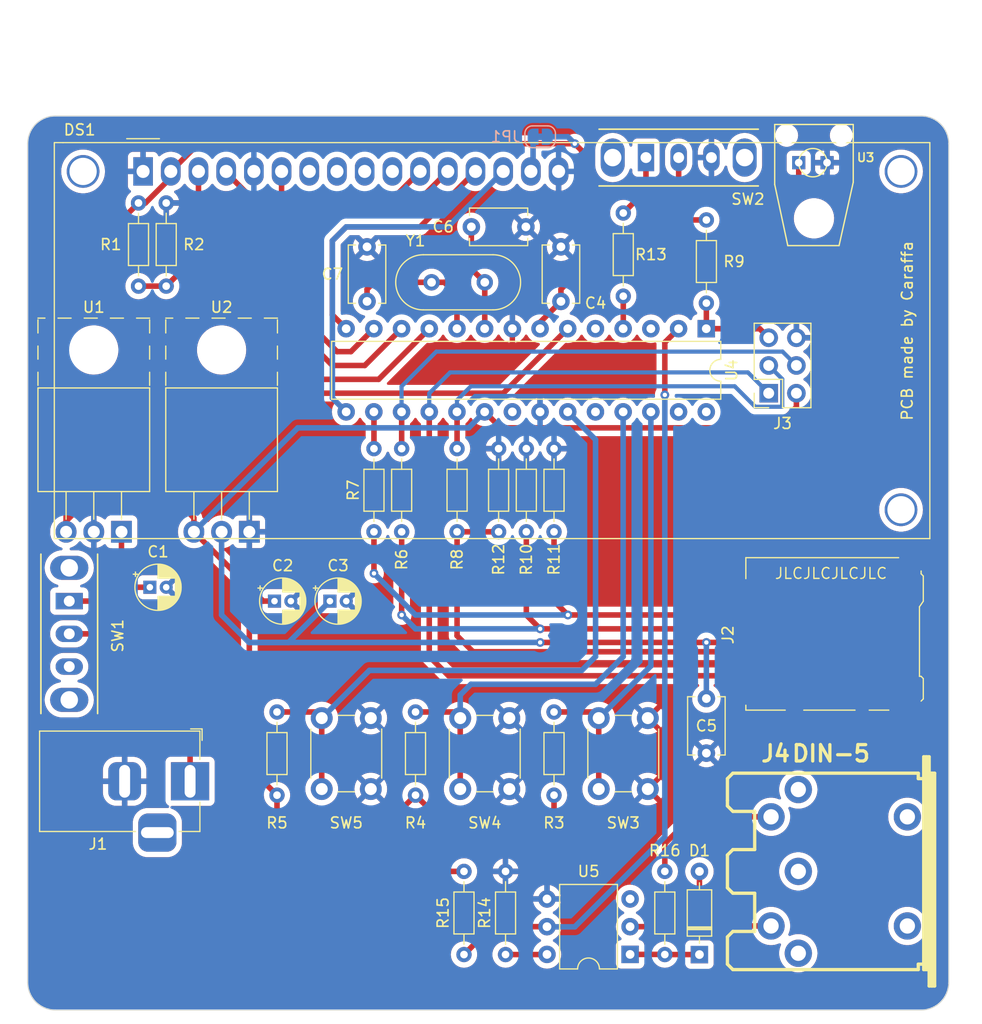
<source format=kicad_pcb>
(kicad_pcb (version 20221018) (generator pcbnew)
  (layers (0 "F.Cu" signal) (31 "B.Cu" signal) (34 "B.Paste" user) (35 "F.Paste" user) (36 "B.SilkS" user "B.Silkscreen") (37 "F.SilkS" user "F.Silkscreen") (38 "B.Mask" user) (39 "F.Mask" user) (44 "Edge.Cuts" user))
  (net 0 "")
  (net 1 "VCC")
  (net 2 "GND")
  (net 3 "+5V")
  (net 4 "+3.3V")
  (net 5 "/X1")
  (net 6 "/X2")
  (net 7 "Net-(SW1A-A)")
  (net 8 "Net-(D1-K)")
  (net 9 "Net-(D1-A)")
  (net 10 "/RS")
  (net 11 "/E")
  (net 12 "Net-(DS1-VO)")
  (net 16 "/DB4")
  (net 17 "/DB5")
  (net 18 "/DB6")
  (net 19 "/DB7")
  (net 20 "/BL")
  (net 22 "/DO")
  (net 24 "/CS_3V")
  (net 25 "/CD")
  (net 26 "/RESET")
  (net 31 "/UP")
  (net 32 "/DN")
  (net 33 "/OK")
  (net 35 "/RX")
  (net 36 "/DI_3V")
  (net 37 "/CLK_3V")
  (net 38 "Net-(J4-Pad4)")
  (net 39 "Net-(R14-Pad1)")
  (net 40 "Net-(U4-PD2)")
  (net 41 "/CLK_5V")
  (net 42 "/DI_5V")
  (net 43 "/CS_5V")
  (net 44 "/OPT")
  (net 46 "Net-(SW2A-B)")
  (footprint "Resistor_THT:R_Axial_DIN0204_L3.6mm_D1.6mm_P7.62mm_Horizontal" (layer "F.Cu") (at 65.405 102.235 90)
    (fp_text reference "R14" (at 3.81 -1.92 90) (layer "F.SilkS"))
    (fp_text value "100k")
    (pad "1" thru_hole circle (at 0 0 90) (size 1.4 1.4) (drill 0.7) (layers "*.Cu" "*.Mask") (net 39 "Net-(R14-Pad1)"))
    (pad "2" thru_hole oval (at 7.62 0 90) (size 1.4 1.4) (drill 0.7) (layers "*.Cu" "*.Mask") (net 2 "GND"))
  )
  (footprint "Crystal:Crystal_HC49-4H_Vertical" (layer "F.Cu") (at 58.62 40.64)
    (fp_text reference "Y1" (at -1.47 -3.81) (layer "F.SilkS"))
    (fp_text value "Crystal")
    (pad "1" thru_hole circle locked (at 0 0) (size 1.5 1.5) (drill 0.8) (layers "*.Cu" "*.Mask") (net 6 "/X2"))
    (pad "2" thru_hole circle locked (at 4.88 0) (size 1.5 1.5) (drill 0.8) (layers "*.Cu" "*.Mask") (net 5 "/X1"))
  )
  (footprint "Connector_BarrelJack:BarrelJack_Horizontal" (layer "F.Cu") (at 36.48 86.36)
    (fp_text reference "J1" (at -8.45 5.75) (layer "F.SilkS"))
    (fp_text value "Jack-DC")
    (pad "1" thru_hole rect (at 0 0) (size 3.5 3.5) (drill oval 1 3) (layers "*.Cu" "*.Mask") (net 1 "VCC"))
    (pad "2" thru_hole roundrect (at -6 0) (size 3 3.5) (drill oval 1 3) (layers "*.Cu" "*.Mask") (net 2 "GND"))
    (pad "3" thru_hole roundrect (at -3 4.7) (size 3.5 3.5) (drill oval 3 1) (layers "*.Cu" "*.Mask"))
  )
  (footprint "IFE91A:OPTO-TRANSMITTER" (layer "F.Cu") (at 93.586 29.678)
    (fp_text reference "U3" (at 4.839 -0.468) (layer "F.SilkS") (effects (font (size 0.787402 0.787402))))
    (fp_text value "IFE91A")
    (pad "" np_thru_hole circle (at -2.4 -2.5) (size 1.6 1.6) (drill 1.6) (layers "*.Cu" "*.Mask"))
    (pad "" np_thru_hole circle (at 0.1 5.1) (size 3.2 3.2) (drill 3.2) (layers "*.Cu" "*.Mask"))
    (pad "" np_thru_hole circle (at 2.6 -2.5) (size 1.6 1.6) (drill 1.6) (layers "*.Cu" "*.Mask"))
    (pad "P$1" thru_hole rect (at 1.3 0) (size 1.208 1.208) (drill 0.7) (layers "*.Cu" "*.Mask") (net 2 "GND"))
    (pad "P$2" thru_hole rect (at -1.3 0) (size 1.208 1.208) (drill 0.7) (layers "*.Cu" "*.Mask") (net 46 "Net-(SW2A-B)"))
  )
  (footprint "Display:WC1602A" (layer "F.Cu") (at 32.1691 30.48)
    (fp_text reference "DS1" (at -5.82 -3.81) (layer "F.SilkS"))
    (fp_text value "WC1602A")
    (pad "" thru_hole circle (at -5.4991 0) (size 3 3) (drill 2.5) (layers "*.Cu" "*.Mask"))
    (pad "" thru_hole circle (at 69.49948 31.0007) (size 3 3) (drill 2.5) (layers "*.Cu" "*.Mask"))
    (pad "" thru_hole circle (at 69.5 0) (size 3 3) (drill 2.5) (layers "*.Cu" "*.Mask"))
    (pad "1" thru_hole rect (at 0 0) (size 1.8 2.6) (drill 1.2) (layers "*.Cu" "*.Mask") (net 2 "GND"))
    (pad "2" thru_hole oval (at 2.54 0) (size 1.8 2.6) (drill 1.2) (layers "*.Cu" "*.Mask") (net 3 "+5V"))
    (pad "3" thru_hole oval (at 5.08 0) (size 1.8 2.6) (drill 1.2) (layers "*.Cu" "*.Mask") (net 12 "Net-(DS1-VO)"))
    (pad "4" thru_hole oval (at 7.62 0) (size 1.8 2.6) (drill 1.2) (layers "*.Cu" "*.Mask") (net 10 "/RS"))
    (pad "5" thru_hole oval (at 10.16 0) (size 1.8 2.6) (drill 1.2) (layers "*.Cu" "*.Mask") (net 2 "GND"))
    (pad "6" thru_hole oval (at 12.7 0) (size 1.8 2.6) (drill 1.2) (layers "*.Cu" "*.Mask") (net 11 "/E"))
    (pad "7" thru_hole oval (at 15.24 0) (size 1.8 2.6) (drill 1.2) (layers "*.Cu" "*.Mask"))
    (pad "8" thru_hole oval (at 17.78 0) (size 1.8 2.6) (drill 1.2) (layers "*.Cu" "*.Mask"))
    (pad "9" thru_hole oval (at 20.32 0) (size 1.8 2.6) (drill 1.2) (layers "*.Cu" "*.Mask"))
    (pad "10" thru_hole oval (at 22.86 0) (size 1.8 2.6) (drill 1.2) (layers "*.Cu" "*.Mask"))
    (pad "11" thru_hole oval (at 25.4 0) (size 1.8 2.6) (drill 1.2) (layers "*.Cu" "*.Mask") (net 16 "/DB4"))
    (pad "12" thru_hole oval (at 27.94 0) (size 1.8 2.6) (drill 1.2) (layers "*.Cu" "*.Mask") (net 17 "/DB5"))
    (pad "13" thru_hole oval (at 30.48 0) (size 1.8 2.6) (drill 1.2) (layers "*.Cu" "*.Mask") (net 18 "/DB6"))
    (pad "14" thru_hole oval (at 33.02 0) (size 1.8 2.6) (drill 1.2) (layers "*.Cu" "*.Mask") (net 19 "/DB7"))
    (pad "15" thru_hole oval (at 35.56 0) (size 1.8 2.6) (drill 1.2) (layers "*.Cu" "*.Mask") (net 20 "/BL"))
    (pad "16" thru_hole oval (at 38.1 0) (size 1.8 2.6) (drill 1.2) (layers "*.Cu" "*.Mask") (net 2 "GND"))
  )
  (footprint "Package_DIP:DIP-6_W7.62mm" (layer "F.Cu") (at 76.825 102.22 180)
    (fp_text reference "U5" (at 3.8 7.605) (layer "F.SilkS"))
    (fp_text value "4N25")
    (pad "1" thru_hole rect (at 0 0 180) (size 1.6 1.6) (drill 0.8) (layers "*.Cu" "*.Mask") (net 8 "Net-(D1-K)"))
    (pad "2" thru_hole oval (at 0 2.54 180) (size 1.6 1.6) (drill 0.8) (layers "*.Cu" "*.Mask") (net 9 "Net-(D1-A)"))
    (pad "3" thru_hole oval (at 0 5.08 180) (size 1.6 1.6) (drill 0.8) (layers "*.Cu" "*.Mask"))
    (pad "4" thru_hole oval (at 7.62 5.08 180) (size 1.6 1.6) (drill 0.8) (layers "*.Cu" "*.Mask") (net 2 "GND"))
    (pad "5" thru_hole oval (at 7.62 2.54 180) (size 1.6 1.6) (drill 0.8) (layers "*.Cu" "*.Mask") (net 35 "/RX"))
    (pad "6" thru_hole oval (at 7.62 0 180) (size 1.6 1.6) (drill 0.8) (layers "*.Cu" "*.Mask") (net 39 "Net-(R14-Pad1)"))
  )
  (footprint "Resistor_THT:R_Axial_DIN0204_L3.6mm_D1.6mm_P7.62mm_Horizontal" (layer "F.Cu") (at 69.85 63.5 90)
    (fp_text reference "R11" (at -2.54 0 90) (layer "F.SilkS"))
    (fp_text value "2k")
    (pad "1" thru_hole circle (at 0 0 90) (size 1.4 1.4) (drill 0.7) (layers "*.Cu" "*.Mask") (net 24 "/CS_3V"))
    (pad "2" thru_hole oval (at 7.62 0 90) (size 1.4 1.4) (drill 0.7) (layers "*.Cu" "*.Mask") (net 2 "GND"))
  )
  (footprint "LOGO" (layer "F.Cu") (at 40.005 99.695)
    (fp_text reference "G***" hide)
    (fp_text value "LOGO" hide)
  )
  (footprint "Resistor_THT:R_Axial_DIN0204_L3.6mm_D1.6mm_P7.62mm_Horizontal" (layer "F.Cu") (at 76.2 41.91 90)
    (fp_text reference "R13" (at 3.81 2.54) (layer "F.SilkS"))
    (fp_text value "100R")
    (pad "1" thru_hole circle (at 0 0 90) (size 1.4 1.4) (drill 0.7) (layers "*.Cu" "*.Mask") (net 40 "Net-(U4-PD2)"))
    (pad "2" thru_hole oval (at 7.62 0 90) (size 1.4 1.4) (drill 0.7) (layers "*.Cu" "*.Mask") (net 44 "/OPT"))
  )
  (footprint "Resistor_THT:R_Axial_DIN0204_L3.6mm_D1.6mm_P7.62mm_Horizontal" (layer "F.Cu") (at 44.45 87.63 90)
    (fp_text reference "R5" (at -2.54 0 180) (layer "F.SilkS"))
    (fp_text value "1k")
    (pad "1" thru_hole circle (at 0 0 90) (size 1.4 1.4) (drill 0.7) (layers "*.Cu" "*.Mask") (net 3 "+5V"))
    (pad "2" thru_hole oval (at 7.62 0 90) (size 1.4 1.4) (drill 0.7) (layers "*.Cu" "*.Mask") (net 33 "/OK"))
  )
  (footprint "Button_Switch_THT:SW_PUSH_6mm_H7.3mm" (layer "F.Cu") (at 53.05 80.57 -90)
    (fp_text reference "SW5" (at 9.6 2.25 -180) (layer "F.SilkS"))
    (fp_text value "OK_SW")
    (pad "1" thru_hole circle (at 0 0) (size 2 2) (drill 1.1) (layers "*.Cu" "*.Mask") (net 2 "GND"))
    (pad "1" thru_hole circle (at 6.5 0) (size 2 2) (drill 1.1) (layers "*.Cu" "*.Mask") (net 2 "GND"))
    (pad "2" thru_hole circle (at 0 4.5) (size 2 2) (drill 1.1) (layers "*.Cu" "*.Mask") (net 33 "/OK"))
    (pad "2" thru_hole circle (at 6.5 4.5) (size 2 2) (drill 1.1) (layers "*.Cu" "*.Mask") (net 33 "/OK"))
  )
  (footprint "Button_Switch_THT:SW_PUSH_6mm_H7.3mm" (layer "F.Cu") (at 78.45 80.57 -90)
    (fp_text reference "SW3" (at 9.6 2.25 -180) (layer "F.SilkS"))
    (fp_text value "UP_SW")
    (pad "1" thru_hole circle (at 0 0) (size 2 2) (drill 1.1) (layers "*.Cu" "*.Mask") (net 2 "GND"))
    (pad "1" thru_hole circle (at 6.5 0) (size 2 2) (drill 1.1) (layers "*.Cu" "*.Mask") (net 2 "GND"))
    (pad "2" thru_hole circle (at 0 4.5) (size 2 2) (drill 1.1) (layers "*.Cu" "*.Mask") (net 31 "/UP"))
    (pad "2" thru_hole circle (at 6.5 4.5) (size 2 2) (drill 1.1) (layers "*.Cu" "*.Mask") (net 31 "/UP"))
  )
  (footprint "Diode_THT:D_DO-35_SOD27_P7.62mm_Horizontal" (layer "F.Cu") (at 83.185 102.235 90)
    (fp_text reference "D1" (at 9.525 0 180) (layer "F.SilkS"))
    (fp_text value "1N4148")
    (pad "1" thru_hole rect (at 0 0 90) (size 1.6 1.6) (drill 0.8) (layers "*.Cu" "*.Mask") (net 8 "Net-(D1-K)"))
    (pad "2" thru_hole oval (at 7.62 0 90) (size 1.6 1.6) (drill 0.8) (layers "*.Cu" "*.Mask") (net 9 "Net-(D1-A)"))
  )
  (footprint "Package_TO_SOT_THT:TO-220-3_Horizontal_TabUp" (layer "F.Cu") (at 30.19 63.5 180)
    (fp_text reference "U1" (at 2.54 20.58) (layer "F.SilkS"))
    (fp_text value "LM7805_TO220")
    (pad "" np_thru_hole oval (at 2.54 16.66 180) (size 3.5 3.5) (drill 3.5) (layers "*.Cu" "*.Mask"))
    (pad "1" thru_hole rect (at 0 0 180) (size 1.905 2) (drill 1.1) (layers "*.Cu" "*.Mask") (net 7 "Net-(SW1A-A)"))
    (pad "2" thru_hole oval (at 2.54 0 180) (size 1.905 2) (drill 1.1) (layers "*.Cu" "*.Mask") (net 2 "GND"))
    (pad "3" thru_hole oval (at 5.08 0 180) (size 1.905 2) (drill 1.1) (layers "*.Cu" "*.Mask") (net 3 "+5V"))
  )
  (footprint "Resistor_THT:R_Axial_DIN0204_L3.6mm_D1.6mm_P7.62mm_Horizontal" (layer "F.Cu") (at 67.31 63.5 90)
    (fp_text reference "R10" (at -2.54 0 90) (layer "F.SilkS"))
    (fp_text value "2k")
    (pad "1" thru_hole circle (at 0 0 90) (size 1.4 1.4) (drill 0.7) (layers "*.Cu" "*.Mask") (net 36 "/DI_3V"))
    (pad "2" thru_hole oval (at 7.62 0 90) (size 1.4 1.4) (drill 0.7) (layers "*.Cu" "*.Mask") (net 2 "GND"))
  )
  (footprint "Resistor_THT:R_Axial_DIN0204_L3.6mm_D1.6mm_P7.62mm_Horizontal" (layer "F.Cu") (at 34.29 40.99 90)
    (fp_text reference "R2" (at 3.81 2.54 180) (layer "F.SilkS"))
    (fp_text value "1k")
    (pad "1" thru_hole circle (at 0 0 90) (size 1.4 1.4) (drill 0.7) (layers "*.Cu" "*.Mask") (net 12 "Net-(DS1-VO)"))
    (pad "2" thru_hole oval (at 7.62 0 90) (size 1.4 1.4) (drill 0.7) (layers "*.Cu" "*.Mask") (net 2 "GND"))
  )
  (footprint "Package_DIP:DIP-28_W7.62mm" (layer "F.Cu") (at 83.81 44.89 -90)
    (fp_text reference "U4" (at 3.81 -2.33 90) (layer "F.SilkS"))
    (fp_text value "ATmega168-20P")
    (pad "1" thru_hole rect (at 0 0 270) (size 1.6 1.6) (drill 0.8) (layers "*.Cu" "*.Mask") (net 26 "/RESET"))
    (pad "2" thru_hole oval (at 0 2.54 270) (size 1.6 1.6) (drill 0.8) (layers "*.Cu" "*.Mask") (net 35 "/RX"))
    (pad "3" thru_hole oval (at 0 5.08 270) (size 1.6 1.6) (drill 0.8) (layers "*.Cu" "*.Mask"))
    (pad "4" thru_hole oval (at 0 7.62 270) (size 1.6 1.6) (drill 0.8) (layers "*.Cu" "*.Mask") (net 40 "Net-(U4-PD2)"))
    (pad "5" thru_hole oval (at 0 10.16 270) (size 1.6 1.6) (drill 0.8) (layers "*.Cu" "*.Mask"))
    (pad "6" thru_hole oval (at 0 12.7 270) (size 1.6 1.6) (drill 0.8) (layers "*.Cu" "*.Mask") (net 10 "/RS"))
    (pad "7" thru_hole oval (at 0 15.24 270) (size 1.6 1.6) (drill 0.8) (layers "*.Cu" "*.Mask") (net 3 "+5V"))
    (pad "8" thru_hole oval (at 0 17.78 270) (size 1.6 1.6) (drill 0.8) (layers "*.Cu" "*.Mask") (net 2 "GND"))
    (pad "9" thru_hole oval (at 0 20.32 270) (size 1.6 1.6) (drill 0.8) (layers "*.Cu" "*.Mask") (net 5 "/X1"))
    (pad "10" thru_hole oval (at 0 22.86 270) (size 1.6 1.6) (drill 0.8) (layers "*.Cu" "*.Mask") (net 6 "/X2"))
    (pad "11" thru_hole oval (at 0 25.4 270) (size 1.6 1.6) (drill 0.8) (layers "*.Cu" "*.Mask") (net 11 "/E"))
    (pad "12" thru_hole oval (at 0 27.94 270) (size 1.6 1.6) (drill 0.8) (layers "*.Cu" "*.Mask") (net 16 "/DB4"))
    (pad "13" thru_hole oval (at 0 30.48 270) (size 1.6 1.6) (drill 0.8) (layers "*.Cu" "*.Mask") (net 17 "/DB5"))
    (pad "14" thru_hole oval (at 0 33.02 270) (size 1.6 1.6) (drill 0.8) (layers "*.Cu" "*.Mask") (net 18 "/DB6"))
    (pad "15" thru_hole oval (at 7.62 33.02 270) (size 1.6 1.6) (drill 0.8) (layers "*.Cu" "*.Mask") (net 19 "/DB7"))
    (pad "16" thru_hole oval (at 7.62 30.48 270) (size 1.6 1.6) (drill 0.8) (layers "*.Cu" "*.Mask") (net 43 "/CS_5V"))
    (pad "17" thru_hole oval (at 7.62 27.94 270) (size 1.6 1.6) (drill 0.8) (layers "*.Cu" "*.Mask") (net 42 "/DI_5V"))
    (pad "18" thru_hole oval (at 7.62 25.4 270) (size 1.6 1.6) (drill 0.8) (layers "*.Cu" "*.Mask") (net 22 "/DO"))
    (pad "19" thru_hole oval (at 7.62 22.86 270) (size 1.6 1.6) (drill 0.8) (layers "*.Cu" "*.Mask") (net 41 "/CLK_5V"))
    (pad "20" thru_hole oval (at 7.62 20.32 270) (size 1.6 1.6) (drill 0.8) (layers "*.Cu" "*.Mask") (net 3 "+5V"))
    (pad "21" thru_hole oval (at 7.62 17.78 270) (size 1.6 1.6) (drill 0.8) (layers "*.Cu" "*.Mask"))
    (pad "22" thru_hole oval (at 7.62 15.24 270) (size 1.6 1.6) (drill 0.8) (layers "*.Cu" "*.Mask") (net 2 "GND"))
    (pad "23" thru_hole oval (at 7.62 12.7 270) (size 1.6 1.6) (drill 0.8) (layers "*.Cu" "*.Mask") (net 33 "/OK"))
    (pad "24" thru_hole oval (at 7.62 10.16 270) (size 1.6 1.6) (drill 0.8) (layers "*.Cu" "*.Mask"))
    (pad "25" thru_hole oval (at 7.62 7.62 270) (size 1.6 1.6) (drill 0.8) (layers "*.Cu" "*.Mask") (net 32 "/DN"))
    (pad "26" thru_hole oval (at 7.62 5.08 270) (size 1.6 1.6) (drill 0.8) (layers "*.Cu" "*.Mask") (net 31 "/UP"))
    (pad "27" thru_hole oval (at 7.62 2.54 270) (size 1.6 1.6) (drill 0.8) (layers "*.Cu" "*.Mask"))
    (pad "28" thru_hole oval (at 7.62 0 270) (size 1.6 1.6) (drill 0.8) (layers "*.Cu" "*.Mask"))
  )
  (footprint "Capacitor_THT:CP_Radial_D4.0mm_P1.50mm" (layer "F.Cu") (at 44.22 69.85)
    (fp_text reference "C2" (at 0.75 -3.25) (layer "F.SilkS"))
    (fp_text value "47uF")
    (pad "1" thru_hole rect (at 0 0) (size 1.2 1.2) (drill 0.6) (layers "*.Cu" "*.Mask") (net 3 "+5V"))
    (pad "2" thru_hole circle (at 1.5 0) (size 1.2 1.2) (drill 0.6) (layers "*.Cu" "*.Mask") (net 2 "GND"))
  )
  (footprint "Capacitor_THT:C_Disc_D5.1mm_W3.2mm_P5.00mm" (layer "F.Cu") (at 62.27 35.56)
    (fp_text reference "C6" (at -2.58 0 180) (layer "F.SilkS"))
    (fp_text value "18pF")
    (pad "1" thru_hole circle (at 0 0) (size 1.6 1.6) (drill 0.8) (layers "*.Cu" "*.Mask") (net 5 "/X1"))
    (pad "2" thru_hole circle (at 5 0) (size 1.6 1.6) (drill 0.8) (layers "*.Cu" "*.Mask") (net 2 "GND"))
  )
  (footprint "Resistor_THT:R_Axial_DIN0204_L3.6mm_D1.6mm_P7.62mm_Horizontal" (layer "F.Cu") (at 53.34 55.88 -90)
    (fp_text reference "R7" (at 3.81 1.905 90) (layer "F.SilkS"))
    (fp_text value "1k")
    (pad "1" thru_hole circle (at 0 0 270) (size 1.4 1.4) (drill 0.7) (layers "*.Cu" "*.Mask") (net 43 "/CS_5V"))
    (pad "2" thru_hole oval (at 7.62 0 270) (size 1.4 1.4) (drill 0.7) (layers "*.Cu" "*.Mask") (net 24 "/CS_3V"))
  )
  (footprint "Resistor_THT:R_Axial_DIN0204_L3.6mm_D1.6mm_P7.62mm_Horizontal" (layer "F.Cu") (at 61.595 102.235 90)
    (fp_text reference "R15" (at 3.81 -1.92 90) (layer "F.SilkS"))
    (fp_text value "3.3k")
    (pad "1" thru_hole circle (at 0 0 90) (size 1.4 1.4) (drill 0.7) (layers "*.Cu" "*.Mask") (net 35 "/RX"))
    (pad "2" thru_hole oval (at 7.62 0 90) (size 1.4 1.4) (drill 0.7) (layers "*.Cu" "*.Mask") (net 3 "+5V"))
  )
  (footprint "Resistor_THT:R_Axial_DIN0204_L3.6mm_D1.6mm_P7.62mm_Horizontal" (layer "F.Cu") (at 64.77 63.5 90)
    (fp_text reference "R12" (at -2.54 0 90) (layer "F.SilkS"))
    (fp_text value "2k")
    (pad "1" thru_hole circle (at 0 0 90) (size 1.4 1.4) (drill 0.7) (layers "*.Cu" "*.Mask") (net 37 "/CLK_3V"))
    (pad "2" thru_hole oval (at 7.62 0 90) (size 1.4 1.4) (drill 0.7) (layers "*.Cu" "*.Mask") (net 2 "GND"))
  )
  (footprint "Capacitor_THT:CP_Radial_D4.0mm_P1.50mm" (layer "F.Cu") (at 49.3 69.85)
    (fp_text reference "C3" (at 0.75 -3.25) (layer "F.SilkS"))
    (fp_text value "47uF")
    (pad "1" thru_hole rect (at 0 0) (size 1.2 1.2) (drill 0.6) (layers "*.Cu" "*.Mask") (net 4 "+3.3V"))
    (pad "2" thru_hole circle (at 1.5 0) (size 1.2 1.2) (drill 0.6) (layers "*.Cu" "*.Mask") (net 2 "GND"))
  )
  (footprint "Resistor_THT:R_Axial_DIN0204_L3.6mm_D1.6mm_P7.62mm_Horizontal" (layer "F.Cu") (at 80.01 94.615 -90)
    (fp_text reference "R16" (at -1.905 0 -180) (layer "F.SilkS"))
    (fp_text value "220R")
    (pad "1" thru_hole circle (at 0 0 270) (size 1.4 1.4) (drill 0.7) (layers "*.Cu" "*.Mask") (net 38 "Net-(J4-Pad4)"))
    (pad "2" thru_hole oval (at 7.62 0 270) (size 1.4 1.4) (drill 0.7) (layers "*.Cu" "*.Mask") (net 8 "Net-(D1-K)"))
  )
  (footprint "Capacitor_THT:C_Disc_D5.1mm_W3.2mm_P5.00mm" (layer "F.Cu") (at 83.82 78.78 -90)
    (fp_text reference "C5" (at 2.5 0 -180) (layer "F.SilkS"))
    (fp_text value "100nF")
    (pad "1" thru_hole circle (at 0 0 270) (size 1.6 1.6) (drill 0.8) (layers "*.Cu" "*.Mask") (net 4 "+3.3V"))
    (pad "2" thru_hole circle (at 5 0 270) (size 1.6 1.6) (drill 0.8) (layers "*.Cu" "*.Mask") (net 2 "GND"))
  )
  (footprint "Switch:Switch 12x6mm" (layer "F.Cu") (at 25.4 72.85 -90)
    (fp_text reference "SW1" (at 0.175 -4.445 90) (layer "F.SilkS"))
    (fp_text value "MAIN_SW")
    (pad "" thru_hole oval locked (at -6.05 0 270) (size 2.2 3.5) (drill 1.6) (layers "*.Cu" "*.Mask"))
    (pad "" thru_hole oval locked (at 6.05 0 270) (size 2.2 3.5) (drill 1.6) (layers "*.Cu" "*.Mask"))
    (pad "1" thru_hole rect locked (at -3 0 270) (size 1.5 2.5) (drill 1) (layers "*.Cu" "*.Mask") (net 7 "Net-(SW1A-A)"))
    (pad "2" thru_hole oval locked (at 0 0 270) (size 1.5 2.5) (drill 1) (layers "*.Cu" "*.Mask") (net 1 "VCC"))
    (pad "3" thru_hole oval locked (at 3 0 270) (size 1.5 2.5) (drill 1) (layers "*.Cu" "*.Mask"))
  )
  (footprint "Resistor_THT:R_Axial_DIN0204_L3.6mm_D1.6mm_P7.62mm_Horizontal" (layer "F.Cu") (at 83.82 34.925 -90)
    (fp_text reference "R9" (at 3.81 -2.54 -180) (layer "F.SilkS"))
    (fp_text value "10k")
    (pad "1" thru_hole circle (at 0 0 270) (size 1.4 1.4) (drill 0.7) (layers "*.Cu" "*.Mask") (net 3 "+5V"))
    (pad "2" thru_hole oval (at 7.62 0 270) (size 1.4 1.4) (drill 0.7) (layers "*.Cu" "*.Mask") (net 26 "/RESET"))
  )
  (footprint "Resistor_THT:R_Axial_DIN0204_L3.6mm_D1.6mm_P7.62mm_Horizontal" (layer "F.Cu") (at 31.75 40.99 90)
    (fp_text reference "R1" (at 3.81 -2.54 180) (layer "F.SilkS"))
    (fp_text value "10k")
    (pad "1" thru_hole circle (at 0 0 90) (size 1.4 1.4) (drill 0.7) (layers "*.Cu" "*.Mask") (net 12 "Net-(DS1-VO)"))
    (pad "2" thru_hole oval (at 7.62 0 90) (size 1.4 1.4) (drill 0.7) (layers "*.Cu" "*.Mask") (net 3 "+5V"))
  )
  (footprint "Capacitor_THT:C_Disc_D5.1mm_W3.2mm_P5.00mm" (layer "F.Cu") (at 52.705 42.39 90)
    (fp_text reference "C7" (at 2.5 -3.175 180) (layer "F.SilkS"))
    (fp_text value "18pF")
    (pad "1" thru_hole circle (at 0 0 90) (size 1.6 1.6) (drill 0.8) (layers "*.Cu" "*.Mask") (net 6 "/X2"))
    (pad "2" thru_hole circle (at 5 0 90) (size 1.6 1.6) (drill 0.8) (layers "*.Cu" "*.Mask") (net 2 "GND"))
  )
  (footprint "Connector_Card:microSD_HC_Hirose_DM3AT-SF-PEJM5" (layer "F.Cu") (at 95.325 72.865 90)
    (fp_text reference "J2" (at -0.075 -9.525 90) (layer "F.SilkS"))
    (fp_text value "Micro_SD_Card_Det")
    (pad "1" smd rect (at 2.775 -7.725 90) (size 0.7 1.2) (layers "F.Cu" "F.Paste" "F.Mask"))
    (pad "2" smd rect (at 1.675 -7.725 90) (size 0.7 1.2) (layers "F.Cu" "F.Paste" "F.Mask") (net 24 "/CS_3V"))
    (pad "3" smd rect (at 0.575 -7.725 90) (size 0.7 1.2) (layers "F.Cu" "F.Paste" "F.Mask") (net 36 "/DI_3V"))
    (pad "4" smd rect (at -0.525 -7.725 90) (size 0.7 1.2) (layers "F.Cu" "F.Paste" "F.Mask") (net 4 "+3.3V"))
    (pad "5" smd rect (at -1.625 -7.725 90) (size 0.7 1.2) (layers "F.Cu" "F.Paste" "F.Mask") (net 37 "/CLK_3V"))
    (pad "6" smd rect (at -2.725 -7.725 90) (size 0.7 1.2) (layers "F.Cu" "F.Paste" "F.Mask") (net 2 "GND"))
    (pad "7" smd rect (at -3.825 -7.725 90) (size 0.7 1.2) (layers "F.Cu" "F.Paste" "F.Mask") (net 22 "/DO"))
    (pad "8" smd rect (at -4.925 -7.725 90) (size 0.7 1.2) (layers "F.Cu" "F.Paste" "F.Mask"))
    (pad "9" smd rect (at -5.875 -7.725 90) (size 0.7 1.2) (layers "F.Cu" "F.Paste" "F.Mask"))
    (pad "10" smd rect (at -6.825 2.775 90) (size 1 0.8) (layers "F.Cu" "F.Paste" "F.Mask") (net 25 "/CD"))
    (pad "11" smd rect (at -6.825 -3.425 90) (size 1 1.2) (layers "F.Cu" "F.Paste" "F.Mask") (net 2 "GND"))
    (pad "11" smd rect (at -6.825 6.925 90) (size 1 2.8) (layers "F.Cu" "F.Paste" "F.Mask") (net 2 "GND"))
    (pad "11" smd rect (at 4.325 -7.725 90) (size 1 1.2) (layers "F.Cu" "F.Paste" "F.Mask") (net 2 "GND"))
    (pad "11" smd rect (at 6.675 7.375 90) (size 1.3 1.9) (layers "F.Cu" "F.Paste" "F.Mask") (net 2 "GND"))
    (zone (net 0) (net_name "") (layer "F.Cu") (connect_pads (clearance 0)) (min_thickness 0.254)
      (keepout (tracks not_allowed) (vias not_allowed) (pads not_allowed) (copperpour not_allowed) (footprints not_allowed))
      (fill (thermal_gap 0.508) (thermal_bridge_width 0.508))
      (polygon (pts (xy 91.3 79.34) (xy 91.3 80.09) (xy 88.05 80.09) (xy 88.05 79.34)))
    )
    (zone (net 0) (net_name "") (layer "F.Cu") (connect_pads (clearance 0)) (min_thickness 0.254)
      (keepout (tracks not_allowed) (vias not_allowed) (pads not_allowed) (copperpour not_allowed) (footprints not_allowed))
      (fill (thermal_gap 0.508) (thermal_bridge_width 0.508))
      (polygon (pts (xy 93.9 78.99) (xy 93.9 78.29) (xy 101.5 78.29) (xy 101.5 78.99)))
    )
    (zone (net 0) (net_name "") (layer "F.Cu") (connect_pads (clearance 0)) (min_thickness 0.254)
      (keepout (tracks not_allowed) (vias not_allowed) (pads not_allowed) (copperpour not_allowed) (footprints not_allowed))
      (fill (thermal_gap 0.508) (thermal_bridge_width 0.508))
      (polygon (pts (xy 94.2 69.59) (xy 94.2 78.29) (xy 92.6 78.29) (xy 92.6 69.59)))
    )
    (zone (net 0) (net_name "") (layer "F.Cu") (connect_pads (clearance 0)) (min_thickness 0.254)
      (keepout (tracks not_allowed) (vias not_allowed) (pads not_allowed) (copperpour not_allowed) (footprints not_allowed))
      (fill (thermal_gap 0.508) (thermal_bridge_width 0.508))
      (polygon (pts (xy 96.1 79.34) (xy 96.1 80.09) (xy 92.5 80.09) (xy 92.5 79.34)))
    )
    (zone (net 0) (net_name "") (layer "F.Cu") (connect_pads (clearance 0)) (min_thickness 0.254)
      (keepout (tracks not_allowed) (vias not_allowed) (pads not_allowed) (copperpour not_allowed) (footprints not_allowed))
      (fill (thermal_gap 0.508) (thermal_bridge_width 0.508))
      (polygon (pts (xy 102.3 69.94) (xy 102.3 67.39) (xy 103.65 67.39) (xy 103.65 69.94)))
    )
  )
  (footprint "Resistor_THT:R_Axial_DIN0204_L3.6mm_D1.6mm_P7.62mm_Horizontal" (layer "F.Cu") (at 69.85 87.63 90)
    (fp_text reference "R3" (at -2.54 0 180) (layer "F.SilkS"))
    (fp_text value "1k")
    (pad "1" thru_hole circle (at 0 0 90) (size 1.4 1.4) (drill 0.7) (layers "*.Cu" "*.Mask") (net 3 "+5V"))
    (pad "2" thru_hole oval (at 7.62 0 90) (size 1.4 1.4) (drill 0.7) (layers "*.Cu" "*.Mask") (net 31 "/UP"))
  )
  (footprint "Connector_PinSocket_2.54mm:PinSocket_2x03_P2.54mm_Vertical" (layer "F.Cu") (at 89.535 50.8 180)
    (fp_text reference "J3" (at -1.27 -2.77) (layer "F.SilkS"))
    (fp_text value "AVR-ISP-6")
    (pad "1" thru_hole rect (at 0 0 180) (size 1.7 1.7) (drill 1) (layers "*.Cu" "*.Mask") (net 22 "/DO"))
    (pad "2" thru_hole oval (at -2.54 0 180) (size 1.7 1.7) (drill 1) (layers "*.Cu" "*.Mask") (net 3 "+5V"))
    (pad "3" thru_hole oval (at 0 2.54 180) (size 1.7 1.7) (drill 1) (layers "*.Cu" "*.Mask") (net 41 "/CLK_5V"))
    (pad "4" thru_hole oval (at -2.54 2.54 180) (size 1.7 1.7) (drill 1) (layers "*.Cu" "*.Mask") (net 42 "/DI_5V"))
    (pad "5" thru_hole oval (at 0 5.08 180) (size 1.7 1.7) (drill 1) (layers "*.Cu" "*.Mask") (net 26 "/RESET"))
    (pad "6" thru_hole oval (at -2.54 5.08 180) (size 1.7 1.7) (drill 1) (layers "*.Cu" "*.Mask") (net 2 "GND"))
  )
  (footprint "Capacitor_THT:C_Disc_D5.1mm_W3.2mm_P5.00mm" (layer "F.Cu") (at 70.485 42.39 90)
    (fp_text reference "C4" (at -0.155 3.175 180) (layer "F.SilkS"))
    (fp_text value "100nF")
    (pad "1" thru_hole circle (at 0 0 90) (size 1.6 1.6) (drill 0.8) (layers "*.Cu" "*.Mask") (net 3 "+5V"))
    (pad "2" thru_hole circle (at 5 0 90) (size 1.6 1.6) (drill 0.8) (layers "*.Cu" "*.Mask") (net 2 "GND"))
  )
  (footprint "w_conn_av:din-5" (layer "F.Cu") (at 95.25 94.615 90)
    (fp_text reference "J4" (at 10.795 -5.08 180) (layer "F.SilkS") (effects (font (size 1.5 1.5) (thickness 0.3))))
    (fp_text value "DIN-5" (at 10.795 0 180) (layer "F.SilkS") (effects (font (size 1.5 1.5) (thickness 0.3))))
    (pad "1" thru_hole circle (at 7.5 -3 90) (size 2.5 2.5) (drill 1.4) (layers "*.Cu" "*.Mask"))
    (pad "2" thru_hole circle (at 0 -3 90) (size 2.5 2.5) (drill 1.4) (layers "*.Cu" "*.Mask"))
    (pad "3" thru_hole circle (at -7.5 -3 90) (size 2.5 2.5) (drill 1.4) (layers "*.Cu" "*.Mask"))
    (pad "4" thru_hole circle (at 5 -5.5 90) (size 2.5 2.5) (drill 1.4) (layers "*.Cu" "*.Mask") (net 38 "Net-(J4-Pad4)"))
    (pad "5" thru_hole circle (at -5 -5.5 90) (size 2.5 2.5) (drill 1.4) (layers "*.Cu" "*.Mask") (net 9 "Net-(D1-A)"))
    (pad "6" thru_hole circle (at -5 7 90) (size 2.5 2.5) (drill 1.4) (layers "*.Cu" "*.Mask"))
    (pad "6" thru_hole circle (at 5 7 90) (size 2.5 2.5) (drill 1.4) (layers "*.Cu" "*.Mask"))
  )
  (footprint "Capacitor_THT:CP_Radial_D4.0mm_P1.50mm" (layer "F.Cu") (at 32.79 68.58)
    (fp_text reference "C1" (at 0.75 -3.25) (layer "F.SilkS"))
    (fp_text value "47uF")
    (pad "1" thru_hole rect (at 0 0) (size 1.2 1.2) (drill 0.6) (layers "*.Cu" "*.Mask") (net 7 "Net-(SW1A-A)"))
    (pad "2" thru_hole circle (at 1.5 0) (size 1.2 1.2) (drill 0.6) (layers "*.Cu" "*.Mask") (net 2 "GND"))
  )
  (footprint "Package_TO_SOT_THT:TO-220-3_Horizontal_TabUp" (layer "F.Cu") (at 41.91 63.5 180)
    (fp_text reference "U2" (at 2.54 20.58) (layer "F.SilkS"))
    (fp_text value "LD1117V33")
    (pad "" np_thru_hole oval locked (at 2.54 16.66 180) (size 3.5 3.5) (drill 3.5) (layers "*.Cu" "*.Mask"))
    (pad "1" thru_hole rect locked (at 0 0 180) (size 1.905 2) (drill 1.1) (layers "*.Cu" "*.Mask") (net 2 "GND"))
    (pad "2" thru_hole oval locked (at 2.54 0 180) (size 1.905 2) (drill 1.1) (layers "*.Cu" "*.Mask") (net 4 "+3.3V"))
    (pad "3" thru_hole oval locked (at 5.08 0 180) (size 1.905 2) (drill 1.1) (layers "*.Cu" "*.Mask") (net 3 "+5V"))
  )
  (footprint "Button_Switch_THT:SW_PUSH_6mm_H7.3mm" (layer "F.Cu") (at 65.75 80.57 -90)
    (fp_text reference "SW4" (at 9.6 2.25 -180) (layer "F.SilkS"))
    (fp_text value "DN_SW")
    (pad "1" thru_hole circle (at 0 0) (size 2 2) (drill 1.1) (layers "*.Cu" "*.Mask") (net 2 "GND"))
    (pad "1" thru_hole circle (at 6.5 0) (size 2 2) (drill 1.1) (layers "*.Cu" "*.Mask") (net 2 "GND"))
    (pad "2" thru_hole circle (at 0 4.5) (size 2 2) (drill 1.1) (layers "*.Cu" "*.Mask") (net 32 "/DN"))
    (pad "2" thru_hole circle (at 6.5 4.5) (size 2 2) (drill 1.1) (layers "*.Cu" "*.Mask") (net 32 "/DN"))
  )
  (footprint "Resistor_THT:R_Axial_DIN0204_L3.6mm_D1.6mm_P7.62mm_Horizontal" (layer "F.Cu") (at 60.96 55.88 -90)
    (fp_text reference "R8" (at 10.16 0 90) (layer "F.SilkS"))
    (fp_text value "1k")
    (pad "1" thru_hole circle (at 0 0 270) (size 1.4 1.4) (drill 0.7) (layers "*.Cu" "*.Mask") (net 41 "/CLK_5V"))
    (pad "2" thru_hole oval (at 7.62 0 270) (size 1.4 1.4) (drill 0.7) (layers "*.Cu" "*.Mask") (net 37 "/CLK_3V"))
  )
  (footprint "Resistor_THT:R_Axial_DIN0204_L3.6mm_D1.6mm_P7.62mm_Horizontal" (layer "F.Cu") (at 55.88 55.88 -90)
    (fp_text reference "R6" (at 10.16 0 90) (layer "F.SilkS"))
    (fp_text value "1k")
    (pad "1" thru_hole circle (at 0 0 270) (size 1.4 1.4) (drill 0.7) (layers "*.Cu" "*.Mask") (net 42 "/DI_5V"))
    (pad "2" thru_hole oval (at 7.62 0 270) (size 1.4 1.4) (drill 0.7) (layers "*.Cu" "*.Mask") (net 36 "/DI_3V"))
  )
  (footprint "Switch:Switch 12x6mm" (layer "F.Cu") (at 81.28 29.21)
    (fp_text reference "SW2" (at 6.35 3.81) (layer "F.SilkS"))
    (fp_text value "BL_SW")
    (pad "" thru_hole oval (at -6.05 0) (size 2.2 3.5) (drill 1.6) (layers "*.Cu" "*.Mask"))
    (pad "" thru_hole oval (at 6.05 0) (size 2.2 3.5) (drill 1.6) (layers "*.Cu" "*.Mask"))
    (pad "1" thru_hole rect (at -3 0) (size 1.5 2.5) (drill 1) (layers "*.Cu" "*.Mask") (net 44 "/OPT"))
    (pad "2" thru_hole oval (at 0 0) (size 1.5 2.5) (drill 1) (layers "*.Cu" "*.Mask") (net 46 "Net-(SW2A-B)"))
    (pad "3" thru_hole oval (at 3 0) (size 1.5 2.5) (drill 1) (layers "*.Cu" "*.Mask") (net 2 "GND"))
  )
  (footprint "Resistor_THT:R_Axial_DIN0204_L3.6mm_D1.6mm_P7.62mm_Horizontal" (layer "F.Cu") (at 57.15 87.63 90)
    (fp_text reference "R4" (at -2.54 0 180) (layer "F.SilkS"))
    (fp_text value "1k")
    (pad "1" thru_hole circle (at 0 0 90) (size 1.4 1.4) (drill 0.7) (layers "*.Cu" "*.Mask") (net 3 "+5V"))
    (pad "2" thru_hole oval (at 7.62 0 90) (size 1.4 1.4) (drill 0.7) (layers "*.Cu" "*.Mask") (net 32 "/DN"))
  )
  (footprint "Jumper:SolderJumper-2_P1.3mm_Bridged_RoundedPad1.0x1.5mm" (layer "B.Cu") (at 68.58 27.305)
    (fp_text reference "JP1" (at -3.175 0) (layer "B.SilkS") (effects (justify mirror)))
    (fp_text value "BL")
    (fp_poly (pts (xy 0.25 0.3) (xy -0.25 0.3) (xy -0.25 -0.3) (xy 0.25 -0.3)) (fill solid) (layer "B.Cu"))
    (pad "1" smd custom (at -0.65 0) (size 1 0.5) (layers "B.Cu" "B.Mask") (net 20 "/BL") (options (clearance outline) (anchor rect)) (primitives (gr_circle (center 0 -0.25) (end 0.5 -0.25) (width 0) (fill yes)) (gr_circle (center 0 0.25) (end 0.5 0.25) (width 0) (fill yes)) (gr_poly (pts (xy 0.5 -0.75) (xy 0 -0.75) (xy 0 0.75) (xy 0.5 0.75)) (width 0) (fill yes))))
    (pad "2" smd custom (at 0.65 0) (size 1 0.5) (layers "B.Cu" "B.Mask") (net 3 "+5V") (options (clearance outline) (anchor rect)) (primitives (gr_circle (center 0 -0.25) (end 0.5 -0.25) (width 0) (fill yes)) (gr_circle (center 0 0.25) (end 0.5 0.25) (width 0) (fill yes)) (gr_poly (pts (xy 0 -0.75) (xy -0.5 -0.75) (xy -0.5 0.75) (xy 0 0.75)) (width 0) (fill yes))))
  )
  (gr_arc (start 103.505 25.4) (mid 105.301051 26.143949) (end 106.045 27.94) (stroke (width 0.1)) (layer "Edge.Cuts"))
  (gr_arc (start 21.59 27.94) (mid 22.333949 26.143949) (end 24.13 25.4) (stroke (width 0.1)) (layer "Edge.Cuts"))
  (gr_arc (start 24.13 107.315) (mid 22.333949 106.571051) (end 21.59 104.775) (stroke (width 0.1)) (layer "Edge.Cuts"))
  (gr_line (start 21.59 27.94) (end 21.59 104.775) (stroke (width 0.1)) (layer "Edge.Cuts"))
  (gr_line (start 24.13 25.4) (end 103.505 25.4) (stroke (width 0.1)) (layer "Edge.Cuts"))
  (gr_line (start 106.045 104.86) (end 106.045 27.94) (stroke (width 0.1)) (layer "Edge.Cuts"))
  (gr_arc (start 106.044999 104.86) (mid 105.271748 106.601861) (end 103.505 107.316421) (stroke (width 0.1)) (layer "Edge.Cuts"))
  (gr_line (start 103.505 107.316421) (end 24.13 107.315) (stroke (width 0.1)) (layer "Edge.Cuts"))
  (gr_text "JLCJLCJLCJLC" (at 95.25 67.31) (layer "F.SilkS") (effects (font (size 1 1) (thickness 0.125))))
  (gr_text "PCB made by Caraffa" (at 102.235 45.085 90) (layer "F.SilkS") (effects (font (size 1 1))))
  (segment (start 33.48 72.85) (end 36.48 75.85) (width 0.508) (layer "F.Cu") (net 1))
  (segment (start 36.48 75.85) (end 36.48 86.36) (width 0.508) (layer "F.Cu") (net 1))
  (segment (start 25.4 72.85) (end 33.48 72.85) (width 0.508) (layer "F.Cu") (net 1))
  (segment (start 25.11 63.5) (end 25.11 40.01) (width 0.508) (layer "F.Cu") (net 3))
  (segment (start 69.85 88.9) (end 69.85 87.63) (width 0.508) (layer "F.Cu") (net 3))
  (segment (start 44.45 87.63) (end 44.45 88.9) (width 0.508) (layer "F.Cu") (net 3))
  (segment (start 60.325 94.615) (end 61.595 94.615) (width 0.508) (layer "F.Cu") (net 3))
  (segment (start 44.45 88.9) (end 45.085 89.535) (width 0.508) (layer "F.Cu") (net 3))
  (segment (start 41.91 68.58) (end 43.18 69.85) (width 0.508) (layer "F.Cu") (net 3))
  (segment (start 31.75 33.37) (end 32.3871 33.37) (width 0.508) (layer "F.Cu") (net 3))
  (segment (start 36.83 63.5) (end 40.64 67.31) (width 0.508) (layer "F.Cu") (net 3))
  (segment (start 73.025 38.735) (end 70.485 41.275) (width 0.508) (layer "F.Cu") (net 3))
  (segment (start 83.82 34.925) (end 81.915 34.925) (width 0.508) (layer "F.Cu") (net 3))
  (segment (start 25.11 40.01) (end 31.75 33.37) (width 0.508) (layer "F.Cu") (net 3))
  (segment (start 63.49 52.51) (end 64.955 53.975) (width 0.508) (layer "F.Cu") (net 3))
  (segment (start 57.15 87.63) (end 59.055 89.535) (width 0.508) (layer "F.Cu") (net 3))
  (segment (start 26.67 60.96) (end 35.56 60.96) (width 0.508) (layer "F.Cu") (net 3))
  (segment (start 59.055 89.535) (end 69.215 89.535) (width 0.508) (layer "F.Cu") (net 3))
  (segment (start 55.245 89.535) (end 60.325 94.615) (width 0.508) (layer "F.Cu") (net 3))
  (segment (start 92.075 52.07) (end 92.075 50.8) (width 0.508) (layer "F.Cu") (net 3))
  (segment (start 34.7091 31.048) (end 34.7091 30.48) (width 0.508) (layer "F.Cu") (net 3))
  (segment (start 37.2491 27.94) (end 71.755 27.94) (width 0.508) (layer "F.Cu") (net 3))
  (segment (start 69.215 89.535) (end 69.85 88.9) (width 0.508) (layer "F.Cu") (net 3))
  (segment (start 55.245 89.535) (end 57.15 87.63) (width 0.508) (layer "F.Cu") (net 3))
  (segment (start 41.91 68.58) (end 41.91 85.09) (width 0.508) (layer "F.Cu") (net 3))
  (segment (start 43.18 69.85) (end 44.22 69.85) (width 0.508) (layer "F.Cu") (net 3))
  (segment (start 71.755 27.94) (end 72.39 28.575) (width 0.508) (layer "F.Cu") (net 3))
  (segment (start 68.57 44.305) (end 70.485 42.39) (width 0.508) (layer "F.Cu") (net 3))
  (segment (start 70.485 41.275) (end 70.485 42.39) (width 0.508) (layer "F.Cu") (net 3))
  (segment (start 78.105 38.735) (end 73.025 38.735) (width 0.508) (layer "F.Cu") (net 3))
  (segment (start 25.11 62.52) (end 26.67 60.96) (width 0.508) (layer "F.Cu") (net 3))
  (segment (start 35.56 60.96) (end 36.83 62.23) (width 0.508) (layer "F.Cu") (net 3))
  (segment (start 34.7091 30.48) (end 37.2491 27.94) (width 0.508) (layer "F.Cu") (net 3))
  (segment (start 25.11 63.5) (end 25.11 62.52) (width 0.508) (layer "F.Cu") (net 3))
  (segment (start 72.39 28.575) (end 72.39 38.1) (width 0.508) (layer "F.Cu") (net 3))
  (segment (start 68.57 44.89) (end 68.57 44.305) (width 0.508) (layer "F.Cu") (net 3))
  (segment (start 36.83 62.23) (end 36.83 63.5) (width 0.508) (layer "F.Cu") (net 3))
  (segment (start 41.91 85.09) (end 44.45 87.63) (width 0.508) (layer "F.Cu") (net 3))
  (segment (start 64.955 53.975) (end 90.17 53.975) (width 0.508) (layer "F.Cu") (net 3))
  (segment (start 32.3871 33.37) (end 34.7091 31.048) (width 0.508) (layer "F.Cu") (net 3))
  (segment (start 81.915 34.925) (end 78.105 38.735) (width 0.508) (layer "F.Cu") (net 3))
  (segment (start 45.085 89.535) (end 55.245 89.535) (width 0.508) (layer "F.Cu") (net 3))
  (segment (start 90.17 53.975) (end 92.075 52.07) (width 0.508) (layer "F.Cu") (net 3))
  (segment (start 40.64 67.31) (end 41.91 68.58) (width 0.508) (layer "F.Cu") (net 3))
  (segment (start 72.39 38.1) (end 73.025 38.735) (width 0.508) (layer "F.Cu") (net 3))
  (via (at 71.755 27.94) (size 0.8) (drill 0.4) (layers "F.Cu" "B.Cu") (net 3))
  (segment (start 69.23 27.305) (end 71.12 27.305) (width 0.508) (layer "B.Cu") (net 3))
  (segment (start 36.83 63.5) (end 46.355 53.975) (width 0.508) (layer "B.Cu") (net 3))
  (segment (start 62.025 53.975) (end 63.49 52.51) (width 0.508) (layer "B.Cu") (net 3))
  (segment (start 46.355 53.975) (end 62.025 53.975) (width 0.508) (layer "B.Cu") (net 3))
  (segment (start 71.12 27.305) (end 71.755 27.94) (width 0.508) (layer "B.Cu") (net 3))
  (segment (start 83.82 73.6365) (end 87.3535 73.6365) (width 0.508) (layer "F.Cu") (net 4))
  (segment (start 87.3535 73.6365) (end 87.6 73.39) (width 0.508) (layer "F.Cu") (net 4))
  (segment (start 68.58 73.6365) (end 83.82 73.6365) (width 0.508) (layer "F.Cu") (net 4))
  (via (at 83.82 73.6365) (size 0.8) (drill 0.4) (layers "F.Cu" "B.Cu") (net 4))
  (via (at 68.58 73.6365) (size 0.8) (drill 0.4) (layers "F.Cu" "B.Cu") (net 4))
  (segment (start 49.3 69.85) (end 45.5135 73.6365) (width 0.508) (layer "B.Cu") (net 4))
  (segment (start 68.58 73.6365) (end 41.8865 73.6365) (width 0.508) (layer "B.Cu") (net 4))
  (segment (start 39.37 71.12) (end 39.37 63.5) (width 0.508) (layer "B.Cu") (net 4))
  (segment (start 41.8865 73.6365) (end 39.37 71.12) (width 0.508) (layer "B.Cu") (net 4))
  (segment (start 83.82 78.78) (end 83.82 73.6365) (width 0.508) (layer "B.Cu") (net 4))
  (segment (start 45.5135 73.6365) (end 41.8865 73.6365) (width 0.508) (layer "B.Cu") (net 4))
  (segment (start 62.27 39.41) (end 62.27 35.56) (width 0.508) (layer "F.Cu") (net 5))
  (segment (start 63.5 40.64) (end 62.27 39.41) (width 0.508) (layer "F.Cu") (net 5))
  (segment (start 63.5 40.64) (end 63.5 44.88) (width 0.508) (layer "F.Cu") (net 5))
  (segment (start 63.5 44.88) (end 63.49 44.89) (width 0.508) (layer "F.Cu") (net 5))
  (segment (start 60.96 44.88) (end 60.95 44.89) (width 0.508) (layer "F.Cu") (net 6))
  (segment (start 59.79 40.64) (end 60.95 41.8) (width 0.508) (layer "F.Cu") (net 6))
  (segment (start 58.62 40.64) (end 59.79 40.64) (width 0.508) (layer "F.Cu") (net 6))
  (segment (start 52.705 41.275) (end 53.34 40.64) (width 0.508) (layer "F.Cu") (net 6))
  (segment (start 60.95 41.8) (end 60.95 44.89) (width 0.508) (layer "F.Cu") (net 6))
  (segment (start 52.705 42.39) (end 52.705 41.275) (width 0.508) (layer "F.Cu") (net 6))
  (segment (start 53.34 40.64) (end 58.62 40.64) (width 0.508) (layer "F.Cu") (net 6))
  (segment (start 30.19 68.87) (end 30.48 68.58) (width 0.508) (layer "F.Cu") (net 7))
  (segment (start 30.48 68.58) (end 32.79 68.58) (width 0.508) (layer "F.Cu") (net 7))
  (segment (start 30.19 68.87) (end 30.19 63.5) (width 0.508) (layer "F.Cu") (net 7))
  (segment (start 25.4 69.85) (end 29.21 69.85) (width 0.508) (layer "F.Cu") (net 7))
  (segment (start 29.21 69.85) (end 30.19 68.87) (width 0.508) (layer "F.Cu") (net 7))
  (segment (start 76.825 102.22) (end 79.995 102.22) (width 0.508) (layer "F.Cu") (net 8))
  (segment (start 79.995 102.22) (end 80.01 102.235) (width 0.508) (layer "F.Cu") (net 8))
  (segment (start 83.185 102.235) (end 80.01 102.235) (width 0.508) (layer "F.Cu") (net 8))
  (segment (start 76.825 99.68) (end 81.93 99.68) (width 0.508) (layer "F.Cu") (net 9))
  (segment (start 83.185 98.425) (end 84.375 99.615) (width 0.508) (layer "F.Cu") (net 9))
  (segment (start 81.93 99.68) (end 83.185 98.425) (width 0.508) (layer "F.Cu") (net 9))
  (segment (start 83.185 98.425) (end 83.185 94.615) (width 0.508) (layer "F.Cu") (net 9))
  (segment (start 84.375 99.615) (end 89.75 99.615) (width 0.508) (layer "F.Cu") (net 9))
  (segment (start 43.18 33.9725) (end 39.7891 30.5816) (width 0.508) (layer "F.Cu") (net 10))
  (segment (start 39.7891 30.5816) (end 39.7891 30.48) (width 0.508) (layer "F.Cu") (net 10))
  (segment (start 71.11 44.89) (end 65.2 50.8) (width 0.508) (layer "F.Cu") (net 10))
  (segment (start 46.99 50.8) (end 43.18 46.99) (width 0.508) (layer "F.Cu") (net 10))
  (segment (start 43.18 46.99) (end 43.18 33.9725) (width 0.508) (layer "F.Cu") (net 10))
  (segment (start 65.2 50.8) (end 46.99 50.8) (width 0.508) (layer "F.Cu") (net 10))
  (segment (start 58.41 44.89) (end 53.77 49.53) (width 0.508) (layer "F.Cu") (net 11))
  (segment (start 48.26 49.53) (end 44.8691 46.1391) (width 0.508) (layer "F.Cu") (net 11))
  (segment (start 44.8691 46.1391) (end 44.8691 30.48) (width 0.508) (layer "F.Cu") (net 11))
  (segment (start 53.77 49.53) (end 48.26 49.53) (width 0.508) (layer "F.Cu") (net 11))
  (segment (start 37.2491 38.0309) (end 37.2491 30.48) (width 0.508) (layer "F.Cu") (net 12))
  (segment (start 34.29 40.99) (end 37.2491 38.0309) (width 0.508) (layer "F.Cu") (net 12))
  (segment (start 31.75 40.99) (end 34.29 40.99) (width 0.508) (layer "F.Cu") (net 12))
  (segment (start 52.5 48.26) (end 49.53 48.26) (width 0.508) (layer "F.Cu") (net 16))
  (segment (start 49.53 48.26) (end 46.99 45.72) (width 0.508) (layer "F.Cu") (net 16))
  (segment (start 55.0291 33.02) (end 57.5691 30.48) (width 0.508) (layer "F.Cu") (net 16))
  (segment (start 46.99 45.72) (end 46.99 35.56) (width 0.508) (layer "F.Cu") (net 16))
  (segment (start 49.53 33.02) (end 55.0291 33.02) (width 0.508) (layer "F.Cu") (net 16))
  (segment (start 55.87 44.89) (end 52.5 48.26) (width 0.508) (layer "F.Cu") (net 16))
  (segment (start 46.99 35.56) (end 49.53 33.02) (width 0.508) (layer "F.Cu") (net 16))
  (segment (start 49.954 46.99) (end 48.26 45.296) (width 0.508) (layer "F.Cu") (net 17))
  (segment (start 51.23 46.99) (end 49.954 46.99) (width 0.508) (layer "F.Cu") (net 17))
  (segment (start 56.2991 34.29) (end 60.1091 30.48) (width 0.508) (layer "F.Cu") (net 17))
  (segment (start 53.33 44.89) (end 51.23 46.99) (width 0.508) (layer "F.Cu") (net 17))
  (segment (start 48.26 36.195) (end 50.165 34.29) (width 0.508) (layer "F.Cu") (net 17))
  (segment (start 48.26 45.296) (end 48.26 36.195) (width 0.508) (layer "F.Cu") (net 17))
  (segment (start 50.165 34.29) (end 56.2991 34.29) (width 0.508) (layer "F.Cu") (net 17))
  (segment (start 57.5691 35.56) (end 62.6491 30.48) (width 0.508) (layer "F.Cu") (net 18))
  (segment (start 49.53 36.83) (end 50.8 35.56) (width 0.508) (layer "F.Cu") (net 18))
  (segment (start 50.8 35.56) (end 57.5691 35.56) (width 0.508) (layer "F.Cu") (net 18))
  (segment (start 50.79 44.89) (end 49.53 43.63) (width 0.508) (layer "F.Cu") (net 18))
  (segment (start 49.53 43.63) (end 49.53 36.83) (width 0.508) (layer "F.Cu") (net 18))
  (segment (start 49.53 51.25) (end 49.53 36.83) (width 0.508) (layer "B.Cu") (net 19))
  (segment (start 60.1091 35.56) (end 65.1891 30.48) (width 0.508) (layer "B.Cu") (net 19))
  (segment (start 50.79 52.51) (end 49.53 51.25) (width 0.508) (layer "B.Cu") (net 19))
  (segment (start 49.53 36.83) (end 50.8 35.56) (width 0.508) (layer "B.Cu") (net 19))
  (segment (start 50.8 35.56) (end 60.1091 35.56) (width 0.508) (layer "B.Cu") (net 19))
  (segment (start 67.93 30.2791) (end 67.7291 30.48) (width 0.508) (layer "B.Cu") (net 20))
  (segment (start 67.93 27.305) (end 67.93 30.2791) (width 0.508) (layer "B.Cu") (net 20))
  (segment (start 58.41 74.92) (end 60.18 76.69) (width 0.508) (layer "F.Cu") (net 22))
  (segment (start 60.18 76.69) (end 87.6 76.69) (width 0.508) (layer "F.Cu") (net 22))
  (segment (start 58.41 52.51) (end 58.41 74.92) (width 0.508) (layer "F.Cu") (net 22))
  (segment (start 87.63 48.895) (end 60.325 48.895) (width 0.381) (layer "B.Cu") (net 22))
  (segment (start 89.535 50.8) (end 87.63 48.895) (width 0.381) (layer "B.Cu") (net 22))
  (segment (start 60.325 48.895) (end 58.41 50.81) (width 0.381) (layer "B.Cu") (net 22))
  (segment (start 58.41 50.81) (end 58.41 52.51) (width 0.381) (layer "B.Cu") (net 22))
  (segment (start 71.12 71.12) (end 87.53 71.12) (width 0.508) (layer "F.Cu") (net 24))
  (segment (start 53.34 63.5) (end 53.34 67.31) (width 0.508) (layer "F.Cu") (net 24))
  (segment (start 87.53 71.12) (end 87.6 71.19) (width 0.508) (layer "F.Cu") (net 24))
  (segment (start 71.12 71.12) (end 69.85 69.85) (width 0.508) (layer "F.Cu") (net 24))
  (segment (start 69.85 69.85) (end 69.85 63.5) (width 0.508) (layer "F.Cu") (net 24))
  (via (at 53.34 67.31) (size 0.8) (drill 0.4) (layers "F.Cu" "B.Cu") (net 24))
  (via (at 71.12 71.12) (size 0.8) (drill 0.4) (layers "F.Cu" "B.Cu") (net 24))
  (segment (start 57.15 71.12) (end 53.34 67.31) (width 0.508) (layer "B.Cu") (net 24))
  (segment (start 71.12 71.12) (end 57.15 71.12) (width 0.508) (layer "B.Cu") (net 24))
  (segment (start 83.82 44.88) (end 83.81 44.89) (width 0.508) (layer "F.Cu") (net 26))
  (segment (start 83.81 44.89) (end 88.705 44.89) (width 0.508) (layer "F.Cu") (net 26))
  (segment (start 88.705 44.89) (end 89.535 45.72) (width 0.508) (layer "F.Cu") (net 26))
  (segment (start 83.82 42.545) (end 83.82 44.88) (width 0.508) (layer "F.Cu") (net 26))
  (segment (start 69.85 80.01) (end 73.39 80.01) (width 0.508) (layer "F.Cu") (net 31))
  (segment (start 73.95 80.57) (end 73.95 87.07) (width 0.508) (layer "F.Cu") (net 31))
  (segment (start 73.39 80.01) (end 73.95 80.57) (width 0.508) (layer "F.Cu") (net 31))
  (segment (start 78.73 75.79) (end 78.73 52.51) (width 0.508) (layer "B.Cu") (net 31))
  (segment (start 73.95 80.57) (end 78.73 75.79) (width 0.508) (layer "B.Cu") (net 31))
  (segment (start 61.25 80.57) (end 61.25 87.07) (width 0.508) (layer "F.Cu") (net 32))
  (segment (start 57.15 80.01) (end 60.69 80.01) (width 0.508) (layer "F.Cu") (net 32))
  (segment (start 60.69 80.01) (end 61.25 80.57) (width 0.508) (layer "F.Cu") (net 32))
  (segment (start 62.23 77.47) (end 73.66 77.47) (width 0.508) (layer "B.Cu") (net 32))
  (segment (start 73.66 77.47) (end 76.19 74.94) (width 0.508) (layer "B.Cu") (net 32))
  (segment (start 61.25 80.57) (end 61.25 78.45) (width 0.508) (layer "B.Cu") (net 32))
  (segment (start 76.19 74.94) (end 76.19 52.51) (width 0.508) (layer "B.Cu") (net 32))
  (segment (start 61.25 78.45) (end 62.23 77.47) (width 0.508) (layer "B.Cu") (net 32))
  (segment (start 48.55 80.57) (end 48.55 87.07) (width 0.508) (layer "F.Cu") (net 33))
  (segment (start 47.99 80.01) (end 48.55 80.57) (width 0.508) (layer "F.Cu") (net 33))
  (segment (start 44.45 80.01) (end 47.99 80.01) (width 0.508) (layer "F.Cu") (net 33))
  (segment (start 72.39 76.2) (end 73.66 74.93) (width 0.508) (layer "B.Cu") (net 33))
  (segment (start 73.66 74.93) (end 73.66 55.06) (width 0.508) (layer "B.Cu") (net 33))
  (segment (start 73.66 55.06) (end 71.11 52.51) (width 0.508) (layer "B.Cu") (net 33))
  (segment (start 48.55 80.57) (end 52.92 76.2) (width 0.508) (layer "B.Cu") (net 33))
  (segment (start 52.92 76.2) (end 72.39 76.2) (width 0.508) (layer "B.Cu") (net 33))
  (segment (start 64.15 99.68) (end 69.205 99.68) (width 0.508) (layer "F.Cu") (net 35))
  (segment (start 80.01 50.955) (end 80.01 46.15) (width 0.508) (layer "F.Cu") (net 35))
  (segment (start 61.595 102.235) (end 64.15 99.68) (width 0.508) (layer "F.Cu") (net 35))
  (segment (start 80.01 46.15) (end 81.27 44.89) (width 0.508) (layer "F.Cu") (net 35))
  (via (at 80.01 50.955) (size 0.8) (drill 0.4) (layers "F.Cu" "B.Cu") (net 35))
  (segment (start 80.01 50.955) (end 80.01 91.44) (width 0.508) (layer "B.Cu") (net 35))
  (segment (start 71.755 99.695) (end 69.22 99.695) (width 0.508) (layer "B.Cu") (net 35))
  (segment (start 69.22 99.695) (end 69.205 99.68) (width 0.508) (layer "B.Cu") (net 35))
  (segment (start 80.01 91.44) (end 71.755 99.695) (width 0.508) (layer "B.Cu") (net 35))
  (segment (start 87.5 72.39) (end 87.6 72.29) (width 0.508) (layer "F.Cu") (net 36))
  (segment (start 67.31 71.12) (end 67.31 63.5) (width 0.508) (layer "F.Cu") (net 36))
  (segment (start 68.58 72.39) (end 67.31 71.12) (width 0.508) (layer "F.Cu") (net 36))
  (segment (start 55.88 63.5) (end 55.88 71.12) (width 0.508) (layer "F.Cu") (net 36))
  (segment (start 68.58 72.39) (end 87.5 72.39) (width 0.508) (layer "F.Cu") (net 36))
  (via (at 55.88 71.12) (size 0.8) (drill 0.4) (layers "F.Cu" "B.Cu") (net 36))
  (via (at 68.58 72.39) (size 0.8) (drill 0.4) (layers "F.Cu" "B.Cu") (net 36))
  (segment (start 57.15 72.39) (end 55.88 71.12) (width 0.508) (layer "B.Cu") (net 36))
  (segment (start 68.58 72.39) (end 57.15 72.39) (width 0.508) (layer "B.Cu") (net 36))
  (segment (start 60.96 63.5) (end 60.96 73.025) (width 0.508) (layer "F.Cu") (net 37))
  (segment (start 60.96 73.025) (end 62.425 74.49) (width 0.508) (layer "F.Cu") (net 37))
  (segment (start 64.77 63.5) (end 60.96 63.5) (width 0.508) (layer "F.Cu") (net 37))
  (segment (start 62.425 74.49) (end 87.6 74.49) (width 0.508) (layer "F.Cu") (net 37))
  (segment (start 80.01 92.075) (end 82.47 89.615) (width 0.508) (layer "F.Cu") (net 38))
  (segment (start 80.01 94.615) (end 80.01 92.075) (width 0.508) (layer "F.Cu") (net 38))
  (segment (start 82.47 89.615) (end 89.75 89.615) (width 0.508) (layer "F.Cu") (net 38))
  (segment (start 65.405 102.235) (end 69.19 102.235) (width 0.508) (layer "F.Cu") (net 39))
  (segment (start 69.19 102.235) (end 69.205 102.22) (width 0.508) (layer "F.Cu") (net 39))
  (segment (start 76.2 41.91) (end 76.2 44.88) (width 0.508) (layer "F.Cu") (net 40))
  (segment (start 76.2 44.88) (end 76.19 44.89) (width 0.508) (layer "F.Cu") (net 40))
  (segment (start 60.96 52.52) (end 60.95 52.51) (width 0.508) (layer "F.Cu") (net 41))
  (segment (start 60.96 55.88) (end 60.96 52.52) (width 0.508) (layer "F.Cu") (net 41))
  (segment (start 86.419 50.165) (end 62.23 50.165) (width 0.381) (layer "B.Cu") (net 41))
  (segment (start 62.23 50.165) (end 60.95 51.445) (width 0.381) (layer "B.Cu") (net 41))
  (segment (start 88.2945 52.0405) (end 86.419 50.165) (width 0.381) (layer "B.Cu") (net 41))
  (segment (start 60.95 51.445) (end 60.95 52.51) (width 0.381) (layer "B.Cu") (net 41))
  (segment (start 90.7755 52.0405) (end 88.2945 52.0405) (width 0.381) (layer "B.Cu") (net 41))
  (segment (start 90.7755 49.5005) (end 90.7755 52.0405) (width 0.381) (layer "B.Cu") (net 41))
  (segment (start 89.535 48.26) (end 90.7755 49.5005) (width 0.381) (layer "B.Cu") (net 41))
  (segment (start 55.88 52.52) (end 55.87 52.51) (width 0.508) (layer "F.Cu") (net 42))
  (segment (start 55.88 55.88) (end 55.88 52.52) (width 0.508) (layer "F.Cu") (net 42))
  (segment (start 90.805 46.99) (end 59.055 46.99) (width 0.381) (layer "B.Cu") (net 42))
  (segment (start 59.055 46.99) (end 55.87 50.175) (width 0.381) (layer "B.Cu") (net 42))
  (segment (start 55.87 50.175) (end 55.87 52.51) (width 0.381) (layer "B.Cu") (net 42))
  (segment (start 92.075 48.26) (end 90.805 46.99) (width 0.381) (layer "B.Cu") (net 42))
  (segment (start 53.34 55.88) (end 53.34 52.52) (width 0.508) (layer "F.Cu") (net 43))
  (segment (start 53.34 52.52) (end 53.33 52.51) (width 0.508) (layer "F.Cu") (net 43))
  (segment (start 78.28 29.21) (end 78.28 32.21) (width 0.508) (layer "F.Cu") (net 44))
  (segment (start 78.28 32.21) (end 76.2 34.29) (width 0.508) (layer "F.Cu") (net 44))
  (segment (start 82.55 33.02) (end 91.016 33.02) (width 0.508) (layer "F.Cu") (net 46))
  (segment (start 81.28 29.21) (end 81.28 31.75) (width 0.508) (layer "F.Cu") (net 46))
  (segment (start 91.016 33.02) (end 92.286 31.75) (width 0.508) (layer "F.Cu") (net 46))
  (segment (start 92.286 31.75) (end 92.286 29.678) (width 0.508) (layer "F.Cu") (net 46))
  (segment (start 81.28 31.75) (end 82.55 33.02) (width 0.508) (layer "F.Cu") (net 46))
  (zone (net 2) (net_name "GND") (layers "F&B.Cu") (connect_pads (clearance 0.508)) (min_thickness 0.25) (fill yes (thermal_gap 0.5) (thermal_bridge_width 0.5))
    (polygon (pts (xy 19.05 24.765) (xy 107.95 24.765) (xy 107.95 108.585) (xy 19.05 108.585)))
  )
)
</source>
